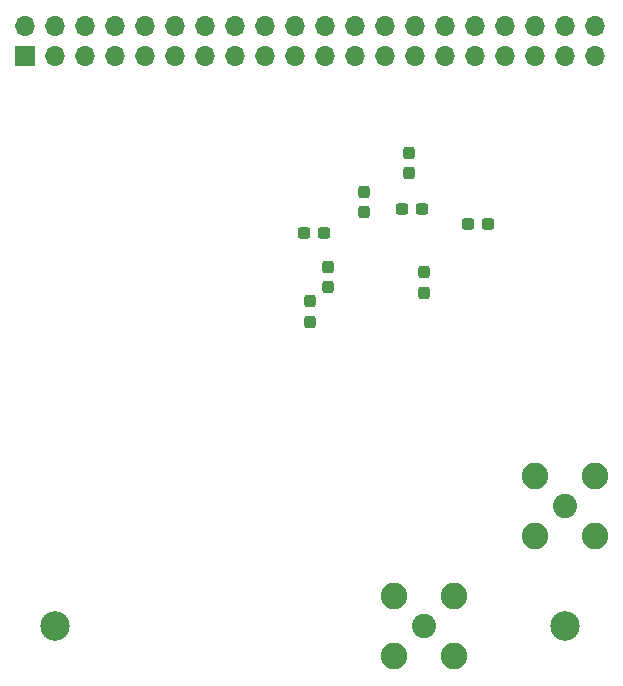
<source format=gbs>
G04 #@! TF.GenerationSoftware,KiCad,Pcbnew,6.0.9-8da3e8f707~116~ubuntu20.04.1*
G04 #@! TF.CreationDate,2022-12-06T17:06:51+01:00*
G04 #@! TF.ProjectId,iqdac,69716461-632e-46b6-9963-61645f706362,rev?*
G04 #@! TF.SameCoordinates,Original*
G04 #@! TF.FileFunction,Soldermask,Bot*
G04 #@! TF.FilePolarity,Negative*
%FSLAX46Y46*%
G04 Gerber Fmt 4.6, Leading zero omitted, Abs format (unit mm)*
G04 Created by KiCad (PCBNEW 6.0.9-8da3e8f707~116~ubuntu20.04.1) date 2022-12-06 17:06:51*
%MOMM*%
%LPD*%
G01*
G04 APERTURE LIST*
G04 Aperture macros list*
%AMRoundRect*
0 Rectangle with rounded corners*
0 $1 Rounding radius*
0 $2 $3 $4 $5 $6 $7 $8 $9 X,Y pos of 4 corners*
0 Add a 4 corners polygon primitive as box body*
4,1,4,$2,$3,$4,$5,$6,$7,$8,$9,$2,$3,0*
0 Add four circle primitives for the rounded corners*
1,1,$1+$1,$2,$3*
1,1,$1+$1,$4,$5*
1,1,$1+$1,$6,$7*
1,1,$1+$1,$8,$9*
0 Add four rect primitives between the rounded corners*
20,1,$1+$1,$2,$3,$4,$5,0*
20,1,$1+$1,$4,$5,$6,$7,0*
20,1,$1+$1,$6,$7,$8,$9,0*
20,1,$1+$1,$8,$9,$2,$3,0*%
G04 Aperture macros list end*
%ADD10C,2.050000*%
%ADD11C,2.250000*%
%ADD12C,2.500000*%
%ADD13R,1.700000X1.700000*%
%ADD14O,1.700000X1.700000*%
%ADD15RoundRect,0.237500X0.300000X0.237500X-0.300000X0.237500X-0.300000X-0.237500X0.300000X-0.237500X0*%
%ADD16RoundRect,0.237500X0.237500X-0.300000X0.237500X0.300000X-0.237500X0.300000X-0.237500X-0.300000X0*%
%ADD17RoundRect,0.237500X-0.237500X0.300000X-0.237500X-0.300000X0.237500X-0.300000X0.237500X0.300000X0*%
%ADD18RoundRect,0.237500X-0.300000X-0.237500X0.300000X-0.237500X0.300000X0.237500X-0.300000X0.237500X0*%
G04 APERTURE END LIST*
D10*
X182880000Y-93980000D03*
D11*
X180340000Y-91440000D03*
X185420000Y-91440000D03*
X185420000Y-96520000D03*
X180340000Y-96520000D03*
D12*
X182880000Y-104140000D03*
X139700000Y-104140000D03*
D10*
X170942000Y-104140000D03*
D11*
X173482000Y-106680000D03*
X168402000Y-101600000D03*
X173482000Y-101600000D03*
X168402000Y-106680000D03*
D13*
X137160000Y-55880000D03*
D14*
X137160000Y-53340000D03*
X139700000Y-55880000D03*
X139700000Y-53340000D03*
X142240000Y-55880000D03*
X142240000Y-53340000D03*
X144780000Y-55880000D03*
X144780000Y-53340000D03*
X147320000Y-55880000D03*
X147320000Y-53340000D03*
X149860000Y-55880000D03*
X149860000Y-53340000D03*
X152400000Y-55880000D03*
X152400000Y-53340000D03*
X154940000Y-55880000D03*
X154940000Y-53340000D03*
X157480000Y-55880000D03*
X157480000Y-53340000D03*
X160020000Y-55880000D03*
X160020000Y-53340000D03*
X162560000Y-55880000D03*
X162560000Y-53340000D03*
X165100000Y-55880000D03*
X165100000Y-53340000D03*
X167640000Y-55880000D03*
X167640000Y-53340000D03*
X170180000Y-55880000D03*
X170180000Y-53340000D03*
X172720000Y-55880000D03*
X172720000Y-53340000D03*
X175260000Y-55880000D03*
X175260000Y-53340000D03*
X177800000Y-55880000D03*
X177800000Y-53340000D03*
X180340000Y-55880000D03*
X180340000Y-53340000D03*
X182880000Y-55880000D03*
X182880000Y-53340000D03*
X185420000Y-55880000D03*
X185420000Y-53340000D03*
D15*
X176376500Y-70104000D03*
X174651500Y-70104000D03*
D16*
X161290000Y-78359000D03*
X161290000Y-76634000D03*
X162814000Y-75438000D03*
X162814000Y-73713000D03*
X170942000Y-75893000D03*
X170942000Y-74168000D03*
D17*
X169672000Y-64061000D03*
X169672000Y-65786000D03*
D15*
X162507000Y-70866000D03*
X160782000Y-70866000D03*
D18*
X169063500Y-68834000D03*
X170788500Y-68834000D03*
D16*
X165862000Y-69088000D03*
X165862000Y-67363000D03*
M02*

</source>
